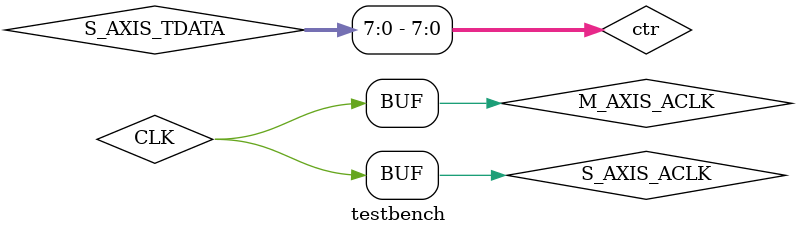
<source format=v>
module testbench
    #(parameter C_NAME = "CARRY_TEST", 
      parameter C_DELAY = 15,
      parameter C_CYCLES = 100,
      parameter C_PERIOD_NS = 10,
      parameter C_PRINT_COUNTER = 1,
      parameter C_SYNC_DEPTH = 2,
      parameter C_OUT_WIDTH = 8)
    ();
    wire                CLK;                    // From cg of clock_gen.v
    wire                S_AXIS_TVALID;
    wire [7:0]          S_AXIS_TDATA;
    wire                S_AXIS_TREADY;
    wire [C_OUT_WIDTH-1:0] M_AXIS_TDATA;
    wire                   M_AXIS_TVALID;
    wire                   M_AXIS_TLAST;
    wire                   M_AXIS_TREADY;
    
    wire M_AXIS_ARESETN = ~RST_OUT;
    wire S_AXIS_ARESETN = ~RST_OUT;
    wire M_AXIS_ACLK = CLK;
    wire S_AXIS_ACLK = CLK;
    
    wire M_AXIS_READY;
    
    reg [31:0] ctr;
    
    
    always @(*) begin
        if(M_AXIS_TVALID === 1) begin
            if (M_AXIS_TDATA[0] != M_AXIS_TDATA[C_OUT_WIDTH-1] && ~RST_OUT) begin
                $display("Error: All bits of output should match!");
                //$finish;
            end 
        end
    end

    assign S_AXIS_TVALID = (ctr % 7 == 0) & ~RST_OUT;
    assign S_AXIS_TDATA = ctr[7:0];

    always @(posedge CLK)
        if(!RST_OUT)
            ctr <= ctr + 1;
        else
            ctr <= 0;
    
    clock_gen
        #(/*AUTOINSTPARAM*/
          // Parameters
          .C_NAME                       (C_NAME),
          .C_DELAY                      (C_DELAY),
          .C_PERIOD_NS                  (C_PERIOD_NS),
          .C_CYCLES                     (C_CYCLES),
          .C_PRINT_COUNTER              (C_PRINT_COUNTER))
    cg
        (/*AUTOINST*/
         // Outputs
         .CLK                           (CLK),
         .RST_OUT                       (RST_OUT));

    carry
        #(/*AUTOINSTPARAM*/
          // Parameters
          .C_OUT_WIDTH                  (C_OUT_WIDTH),
          .C_SYNC_DEPTH                 (C_SYNC_DEPTH))
    carry_i
        (/*AUTOINST*/
         // Outputs
         .S_AXIS_TREADY                 (S_AXIS_TREADY),
         .M_AXIS_TDATA                  (M_AXIS_TDATA[C_OUT_WIDTH-1:0]),
         .M_AXIS_TVALID                 (M_AXIS_TVALID),
         .M_AXIS_TLAST                  (M_AXIS_TLAST),
         // Inputs
         .S_AXIS_TVALID                 (S_AXIS_TVALID),
         .S_AXIS_TDATA                  (S_AXIS_TDATA[7:0]),
         .S_AXIS_ACLK                   (S_AXIS_ACLK),
         .S_AXIS_ARESETN                (S_AXIS_ARESETN),
         .M_AXIS_TREADY                 (M_AXIS_TREADY),
         .M_AXIS_ACLK                   (M_AXIS_ACLK),
         .M_AXIS_ARESETN                (M_AXIS_ARESETN));
    
    
endmodule


</source>
